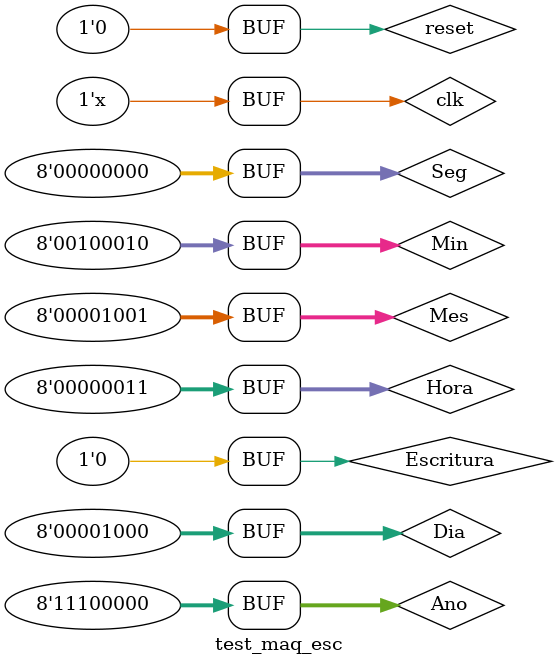
<source format=v>
`timescale 1ns / 1ps


module test_maq_esc;

	// Inputs
	reg clk;
	reg reset;
	reg Escritura;
	reg [7:0] Seg;
	reg [7:0] Min;
	reg [7:0] Hora;
	reg [7:0] Ano;
	reg [7:0] Mes;
	reg [7:0] Dia;

	// Outputs
	wire CS;
	wire WR;
	wire RD;
	wire AD;
	wire Term_Esc;
	wire [7:0] Dato_Dire;

	// Instantiate the Unit Under Test (UUT)
	Maquina_Escritura uut (
		.clk(clk), 
		.reset(reset), 
		.Escritura(Escritura), 
		.Seg(Seg), 
		.Min(Min), 
		.Hora(Hora), 
		.Ano(Ano), 
		.Mes(Mes), 
		.Dia(Dia), 
		.CS(CS), 
		.WR(WR), 
		.RD(RD), 
		.AD(AD), 
		.Term_Esc(Term_Esc),
		.Dato_Dire(Dato_Dire)
	);

	initial begin
		// Initialize Inputs
		clk = 0;
		reset = 0;
		Escritura = 0;
		Seg = 0;
		Min = 34;
		Hora = 3;
		Ano = 2016;
		Mes = 09;
		Dia = 08;

		// Wait 100 ns for global reset to finish
		#100;
		reset = 1;
		#100;
		reset = 0;
		#100;
		Escritura = 1;
		#2000
		Escritura = 0;
        
		// Add stimulus here

	end
     always  begin
		#5	clk = ~clk;
		end  
endmodule


</source>
